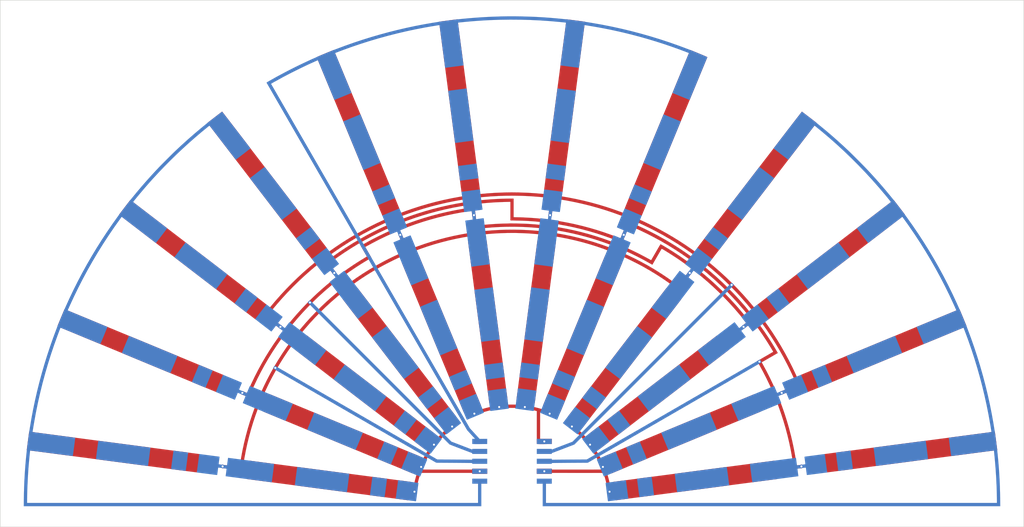
<source format=kicad_pcb>
(kicad_pcb (version 20221018) (generator pcbnew)
  (layers (0 "F.Cu" signal) (31 "B.Cu" signal) (34 "B.Paste" user) (35 "F.Paste" user) (36 "B.SilkS" user "B.Silkscreen") (37 "F.SilkS" user "F.Silkscreen") (38 "B.Mask" user) (39 "F.Mask" user) (44 "Edge.Cuts" user))
  (net 0 "")
  (footprint "User:clock_face_pcb" (layer "F.Cu") (at 117.5 66.8)
    (fp_text reference "Ref**" hide)
    (fp_text value "Val**" hide)
    (fp_line (start -103 -53) (end 103 -53) (stroke (width 0.1)) (layer "Edge.Cuts"))
    (fp_line (start -103 53) (end -103 -53) (stroke (width 0.1)) (layer "Edge.Cuts"))
    (fp_line (start 103 -53) (end 103 53) (stroke (width 0.1)) (layer "Edge.Cuts"))
    (fp_line (start 103 53) (end -103 53) (stroke (width 0.1)) (layer "Edge.Cuts"))
  )
)
</source>
